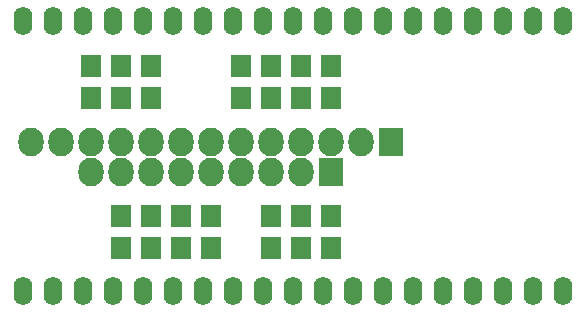
<source format=gbr>
G04 #@! TF.FileFunction,Soldermask,Top*
%FSLAX46Y46*%
G04 Gerber Fmt 4.6, Leading zero omitted, Abs format (unit mm)*
G04 Created by KiCad (PCBNEW 4.0.7) date 05/03/18 08:09:56*
%MOMM*%
%LPD*%
G01*
G04 APERTURE LIST*
%ADD10C,0.100000*%
%ADD11O,1.600000X2.400000*%
%ADD12R,2.127200X2.432000*%
%ADD13O,2.127200X2.432000*%
%ADD14R,1.700000X1.900000*%
G04 APERTURE END LIST*
D10*
D11*
X71140000Y-54575000D03*
X71140000Y-77425000D03*
X73680000Y-54575000D03*
X73680000Y-77425000D03*
X76220000Y-54575000D03*
X76220000Y-77425000D03*
X78760000Y-54575000D03*
X78760000Y-77425000D03*
X81300000Y-54575000D03*
X81300000Y-77425000D03*
X83840000Y-54575000D03*
X83840000Y-77425000D03*
X86380000Y-54575000D03*
X86380000Y-77425000D03*
X88920000Y-54575000D03*
X88920000Y-77425000D03*
X91460000Y-54575000D03*
X91460000Y-77425000D03*
X94000000Y-54575000D03*
X94000000Y-77425000D03*
X96540000Y-54575000D03*
X96540000Y-77425000D03*
X99080000Y-54575000D03*
X99080000Y-77425000D03*
X101620000Y-54575000D03*
X101620000Y-77425000D03*
X104160000Y-54575000D03*
X104160000Y-77425000D03*
X106700000Y-54575000D03*
X106700000Y-77425000D03*
X109240000Y-54575000D03*
X109240000Y-77425000D03*
X111780000Y-54575000D03*
X111780000Y-77425000D03*
X114320000Y-54575000D03*
X114320000Y-77425000D03*
X116860000Y-54575000D03*
X116860000Y-77425000D03*
D12*
X102235000Y-64770000D03*
D13*
X99695000Y-64770000D03*
X97155000Y-64770000D03*
X94615000Y-64770000D03*
X92075000Y-64770000D03*
X89535000Y-64770000D03*
X86995000Y-64770000D03*
X84455000Y-64770000D03*
X81915000Y-64770000D03*
X79375000Y-64770000D03*
X76835000Y-64770000D03*
X74295000Y-64770000D03*
X71755000Y-64770000D03*
D12*
X97155000Y-67310000D03*
D13*
X94615000Y-67310000D03*
X92075000Y-67310000D03*
X89535000Y-67310000D03*
X86995000Y-67310000D03*
X84455000Y-67310000D03*
X81915000Y-67310000D03*
X79375000Y-67310000D03*
X76835000Y-67310000D03*
D14*
X97155000Y-73740000D03*
X97155000Y-71040000D03*
X94615000Y-73740000D03*
X94615000Y-71040000D03*
X92075000Y-73740000D03*
X92075000Y-71040000D03*
X86995000Y-73740000D03*
X86995000Y-71040000D03*
X84455000Y-73740000D03*
X84455000Y-71040000D03*
X81915000Y-73740000D03*
X81915000Y-71040000D03*
X79375000Y-73740000D03*
X79375000Y-71040000D03*
X97155000Y-58340000D03*
X97155000Y-61040000D03*
X94615000Y-58340000D03*
X94615000Y-61040000D03*
X92075000Y-58340000D03*
X92075000Y-61040000D03*
X89535000Y-58340000D03*
X89535000Y-61040000D03*
X81915000Y-58340000D03*
X81915000Y-61040000D03*
X79375000Y-58340000D03*
X79375000Y-61040000D03*
X76835000Y-58340000D03*
X76835000Y-61040000D03*
M02*

</source>
